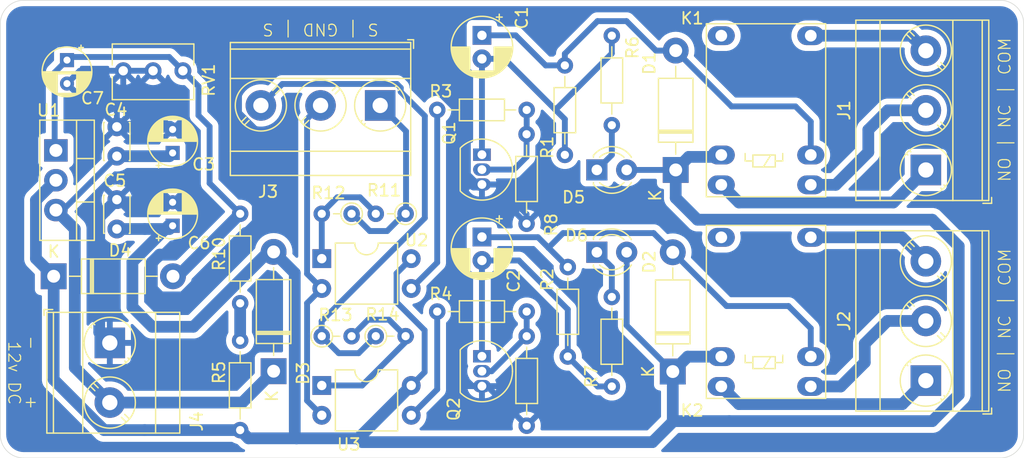
<source format=kicad_pcb>
(kicad_pcb (version 20240108) (generator "pcbnew") (generator_version "8.0")
  (layers (0 "F.Cu" signal) (31 "B.Cu" signal) (34 "B.Paste" user) (35 "F.Paste" user) (36 "B.SilkS" user "B.Silkscreen") (37 "F.SilkS" user "F.Silkscreen") (38 "B.Mask" user) (39 "F.Mask" user) (44 "Edge.Cuts" user))
  (net 0 "")
  (net 1 "Net-(D1-A)")
  (net 2 "Net-(Q1-C)")
  (net 3 "Net-(D2-A)")
  (net 4 "Net-(Q2-C)")
  (net 5 "+12V")
  (net 6 "GND")
  (net 7 "+5V")
  (net 8 "Net-(D4-A)")
  (net 9 "Net-(J1-Pin_1)")
  (net 10 "Net-(J1-Pin_2)")
  (net 11 "Net-(J1-Pin_3)")
  (net 12 "Net-(J2-Pin_1)")
  (net 13 "Net-(J2-Pin_3)")
  (net 14 "Net-(J2-Pin_2)")
  (net 15 "Net-(J3-Pin_3)")
  (net 16 "Net-(J3-Pin_1)")
  (net 17 "Net-(Q1-B)")
  (net 18 "Net-(Q2-B)")
  (net 19 "Net-(D5-K)")
  (net 20 "Net-(D6-K)")
  (net 21 "Net-(R10-Pad2)")
  (net 22 "Net-(J3-Pin_2)")
  (net 23 "Net-(R3-Pad1)")
  (net 24 "Net-(R4-Pad1)")
  (net 25 "Net-(R11-Pad2)")
  (net 26 "Net-(R13-Pad2)")
  (footprint "Resistor_THT:R_Axial_DIN0204_L3.6mm_D1.6mm_P2.54mm_Vertical" (layer "F.Cu") (at 153.69 74.655 180)
    (property "Reference" "R11" (at 1.84 2 180) (layer "F.SilkS"))
    (property "Value" "10k")
    (pad "1" thru_hole circle (at 0 0 180) (size 1.4 1.4) (drill 0.7) (layers "*.Cu" "*.Mask") (net 16 "Net-(J3-Pin_1)"))
    (pad "2" thru_hole oval (at 2.54 0 180) (size 1.4 1.4) (drill 0.7) (layers "*.Cu" "*.Mask") (net 25 "Net-(R11-Pad2)"))
  )
  (footprint "TerminalBlock_Phoenix:TerminalBlock_Phoenix_MKDS-3-3-5.08_1x03_P5.08mm_Horizontal" (layer "F.Cu") (at 197.99 88.86 90)
    (property "Reference" "J2" (at 5.08 -6.96 90) (layer "F.SilkS"))
    (property "Value" "Out2")
    (pad "1" thru_hole rect (at 0 0 90) (size 2.6 2.6) (drill 1.3) (layers "*.Cu" "*.Mask") (net 12 "Net-(J2-Pin_1)"))
    (pad "2" thru_hole circle (at 5.08 0 90) (size 2.6 2.6) (drill 1.3) (layers "*.Cu" "*.Mask") (net 14 "Net-(J2-Pin_2)"))
    (pad "3" thru_hole circle (at 10.16 0 90) (size 2.6 2.6) (drill 1.3) (layers "*.Cu" "*.Mask") (net 13 "Net-(J2-Pin_3)"))
  )
  (footprint "Resistor_THT:R_Axial_DIN0204_L3.6mm_D1.6mm_P7.62mm_Horizontal" (layer "F.Cu") (at 167.5 86.81 90)
    (property "Reference" "R2" (at 6.56 -1.75 90) (layer "F.SilkS"))
    (property "Value" "220R")
    (pad "1" thru_hole circle (at 0 0 90) (size 1.4 1.4) (drill 0.7) (layers "*.Cu" "*.Mask") (net 4 "Net-(Q2-C)"))
    (pad "2" thru_hole oval (at 7.62 0 90) (size 1.4 1.4) (drill 0.7) (layers "*.Cu" "*.Mask") (net 3 "Net-(D2-A)"))
  )
  (footprint "Potentiometer_THT:Potentiometer_Bourns_3266Y_Vertical" (layer "F.Cu") (at 134.725 62.475)
    (property "Reference" "RV1" (at 2.2 0.8 90) (layer "F.SilkS"))
    (property "Value" "1k")
    (pad "1" thru_hole circle (at 0 0) (size 1.44 1.44) (drill 0.8) (layers "*.Cu" "*.Mask") (net 8 "Net-(D4-A)"))
    (pad "2" thru_hole circle (at -2.54 0) (size 1.44 1.44) (drill 0.8) (layers "*.Cu" "*.Mask") (net 6 "GND"))
    (pad "3" thru_hole circle (at -5.08 0) (size 1.44 1.44) (drill 0.8) (layers "*.Cu" "*.Mask") (net 6 "GND"))
  )
  (footprint "Capacitor_THT:C_Disc_D3.0mm_W2.0mm_P2.50mm" (layer "F.Cu") (at 129.1 75.95 90)
    (property "Reference" "C5" (at 4.1 -0.175 180) (layer "F.SilkS"))
    (property "Value" "0.1uF")
    (pad "1" thru_hole circle (at 0 0 90) (size 1.6 1.6) (drill 0.8) (layers "*.Cu" "*.Mask") (net 7 "+5V"))
    (pad "2" thru_hole circle (at 2.5 0 90) (size 1.6 1.6) (drill 0.8) (layers "*.Cu" "*.Mask") (net 6 "GND"))
  )
  (footprint "Resistor_THT:R_Axial_DIN0204_L3.6mm_D1.6mm_P2.54mm_Vertical" (layer "F.Cu") (at 146.55 85.08)
    (property "Reference" "R13" (at 1.175 -1.805 0) (layer "F.SilkS"))
    (property "Value" "10k")
    (pad "1" thru_hole circle (at 0 0) (size 1.4 1.4) (drill 0.7) (layers "*.Cu" "*.Mask") (net 15 "Net-(J3-Pin_3)"))
    (pad "2" thru_hole oval (at 2.54 0) (size 1.4 1.4) (drill 0.7) (layers "*.Cu" "*.Mask") (net 26 "Net-(R13-Pad2)"))
  )
  (footprint "Resistor_THT:R_Axial_DIN0204_L3.6mm_D1.6mm_P7.62mm_Horizontal" (layer "F.Cu") (at 156.38 65.81)
    (property "Reference" "R3" (at 0.31 -1.58 0) (layer "F.SilkS"))
    (property "Value" "20k")
    (pad "1" thru_hole circle (at 0 0) (size 1.4 1.4) (drill 0.7) (layers "*.Cu" "*.Mask") (net 23 "Net-(R3-Pad1)"))
    (pad "2" thru_hole oval (at 7.62 0) (size 1.4 1.4) (drill 0.7) (layers "*.Cu" "*.Mask") (net 17 "Net-(Q1-B)"))
  )
  (footprint "Capacitor_THT:CP_Radial_D4.0mm_P2.00mm" (layer "F.Cu") (at 133.85 69.475 90)
    (property "Reference" "C3" (at -0.975 2.645 0) (layer "F.SilkS"))
    (property "Value" "10uF")
    (pad "1" thru_hole rect (at 0 0 90) (size 1.2 1.2) (drill 0.6) (layers "*.Cu" "*.Mask") (net 5 "+12V"))
    (pad "2" thru_hole circle (at 2 0 90) (size 1.2 1.2) (drill 0.6) (layers "*.Cu" "*.Mask") (net 6 "GND"))
  )
  (footprint "Capacitor_THT:CP_Radial_D4.0mm_P2.00mm" (layer "F.Cu") (at 133.85 75.675 90)
    (property "Reference" "C6" (at -1.475 2.25 0) (layer "F.SilkS"))
    (property "Value" "10uF")
    (pad "1" thru_hole rect (at 0 0 90) (size 1.2 1.2) (drill 0.6) (layers "*.Cu" "*.Mask") (net 7 "+5V"))
    (pad "2" thru_hole circle (at 2 0 90) (size 1.2 1.2) (drill 0.6) (layers "*.Cu" "*.Mask") (net 6 "GND"))
  )
  (footprint "Resistor_THT:R_Axial_DIN0204_L3.6mm_D1.6mm_P7.62mm_Horizontal" (layer "F.Cu") (at 167.25 69.64 90)
    (property "Reference" "R1" (at 0.64 -1.5 90) (layer "F.SilkS"))
    (property "Value" "220R")
    (pad "1" thru_hole circle (at 0 0 90) (size 1.4 1.4) (drill 0.7) (layers "*.Cu" "*.Mask") (net 2 "Net-(Q1-C)"))
    (pad "2" thru_hole oval (at 7.62 0 90) (size 1.4 1.4) (drill 0.7) (layers "*.Cu" "*.Mask") (net 1 "Net-(D1-A)"))
  )
  (footprint "LED_THT:LED_D3.0mm_Clear" (layer "F.Cu") (at 169.975 77.93)
    (property "Reference" "D6" (at -1.725 -1.43 0) (layer "F.SilkS"))
    (property "Value" "GREEN")
    (pad "1" thru_hole rect (at 0 0) (size 1.8 1.8) (drill 0.9) (layers "*.Cu" "*.Mask") (net 20 "Net-(D6-K)"))
    (pad "2" thru_hole circle (at 2.54 0) (size 1.8 1.8) (drill 0.9) (layers "*.Cu" "*.Mask") (net 7 "+5V"))
  )
  (footprint "Diode_THT:D_DO-41_SOD81_P10.16mm_Horizontal" (layer "F.Cu") (at 176.69 70.92 90)
    (property "Reference" "D1" (at 9.08 -2.25 90) (layer "F.SilkS"))
    (property "Value" "1N4007")
    (fp_text user "K" (at -2.17 -1.75 90) (layer "F.SilkS"))
    (pad "1" thru_hole rect (at 0 0 90) (size 2.2 2.2) (drill 1.1) (layers "*.Cu" "*.Mask") (net 7 "+5V"))
    (pad "2" thru_hole oval (at 10.16 0 90) (size 2.2 2.2) (drill 1.1) (layers "*.Cu" "*.Mask") (net 1 "Net-(D1-A)"))
  )
  (footprint "Resistor_THT:R_Axial_DIN0204_L3.6mm_D1.6mm_P7.62mm_Horizontal" (layer "F.Cu") (at 163.99 75.5 90)
    (property "Reference" "R8" (at -0.09 2.1 90) (layer "F.SilkS"))
    (property "Value" "1M")
    (pad "1" thru_hole circle (at 0 0 90) (size 1.4 1.4) (drill 0.7) (layers "*.Cu" "*.Mask") (net 6 "GND"))
    (pad "2" thru_hole oval (at 7.62 0 90) (size 1.4 1.4) (drill 0.7) (layers "*.Cu" "*.Mask") (net 17 "Net-(Q1-B)"))
  )
  (footprint "TerminalBlock_Phoenix:TerminalBlock_Phoenix_MKDS-3-3-5.08_1x03_P5.08mm_Horizontal" (layer "F.Cu") (at 197.99 70.925 90)
    (property "Reference" "J1" (at 5.08 -6.96 90) (layer "F.SilkS"))
    (property "Value" "Out1")
    (pad "1" thru_hole rect (at 0 0 90) (size 2.6 2.6) (drill 1.3) (layers "*.Cu" "*.Mask") (net 9 "Net-(J1-Pin_1)"))
    (pad "2" thru_hole circle (at 5.08 0 90) (size 2.6 2.6) (drill 1.3) (layers "*.Cu" "*.Mask") (net 10 "Net-(J1-Pin_2)"))
    (pad "3" thru_hole circle (at 10.16 0 90) (size 2.6 2.6) (drill 1.3) (layers "*.Cu" "*.Mask") (net 11 "Net-(J1-Pin_3)"))
  )
  (footprint "Package_DIP:DIP-4_W7.62mm" (layer "F.Cu") (at 146.55 78.475)
    (property "Reference" "U2" (at 8.075 -1.575 0) (layer "F.SilkS"))
    (property "Value" "PC817")
    (pad "1" thru_hole rect (at 0 0) (size 1.6 1.6) (drill 0.8) (layers "*.Cu" "*.Mask") (net 25 "Net-(R11-Pad2)"))
    (pad "2" thru_hole oval (at 0 2.54) (size 1.6 1.6) (drill 0.8) (layers "*.Cu" "*.Mask") (net 22 "Net-(J3-Pin_2)"))
    (pad "3" thru_hole oval (at 7.62 2.54) (size 1.6 1.6) (drill 0.8) (layers "*.Cu" "*.Mask") (net 23 "Net-(R3-Pad1)"))
    (pad "4" thru_hole oval (at 7.62 0) (size 1.6 1.6) (drill 0.8) (layers "*.Cu" "*.Mask") (net 7 "+5V"))
  )
  (footprint "Capacitor_THT:CP_Radial_D5.0mm_P2.00mm" (layer "F.Cu") (at 160.19 76.63 -90)
    (property "Reference" "C2" (at 3.76 -2.7 90) (layer "F.SilkS"))
    (property "Value" "47uF")
    (pad "1" thru_hole rect (at 0 0 270) (size 1.6 1.6) (drill 0.8) (layers "*.Cu" "*.Mask") (net 3 "Net-(D2-A)"))
    (pad "2" thru_hole circle (at 2 0 270) (size 1.6 1.6) (drill 0.8) (layers "*.Cu" "*.Mask") (net 4 "Net-(Q2-C)"))
  )
  (footprint "Diode_THT:D_DO-41_SOD81_P10.16mm_Horizontal" (layer "F.Cu") (at 142.45 88.06 90)
    (property "Reference" "D3" (at -0.175112 2.5 90) (layer "F.SilkS"))
    (property "Value" "1N4007")
    (fp_text user "K" (at -2.115 -0.15 90) (layer "F.SilkS"))
    (pad "1" thru_hole rect (at 0 0 90) (size 2.2 2.2) (drill 1.1) (layers "*.Cu" "*.Mask") (net 5 "+12V"))
    (pad "2" thru_hole oval (at 10.16 0 90) (size 2.2 2.2) (drill 1.1) (layers "*.Cu" "*.Mask") (net 7 "+5V"))
  )
  (footprint "Diode_THT:D_DO-41_SOD81_P10.16mm_Horizontal" (layer "F.Cu") (at 123.72 79.975)
    (property "Reference" "D4" (at 5.655 -2.2 180) (layer "F.SilkS"))
    (property "Value" "1N4007")
    (fp_text user "K" (at 0 -2.1 0) (layer "F.SilkS"))
    (pad "1" thru_hole rect (at 0 0) (size 2.2 2.2) (drill 1.1) (layers "*.Cu" "*.Mask") (net 7 "+5V"))
    (pad "2" thru_hole oval (at 10.16 0) (size 2.2 2.2) (drill 1.1) (layers "*.Cu" "*.Mask") (net 8 "Net-(D4-A)"))
  )
  (footprint "Resistor_THT:R_Axial_DIN0204_L3.6mm_D1.6mm_P7.62mm_Horizontal" (layer "F.Cu") (at 139.6 74.655 -90)
    (property "Reference" "R10" (at 3.41 1.8 90) (layer "F.SilkS"))
    (property "Value" "20R")
    (pad "1" thru_hole circle (at 0 0 270) (size 1.4 1.4) (drill 0.7) (layers "*.Cu" "*.Mask") (net 8 "Net-(D4-A)"))
    (pad "2" thru_hole oval (at 7.62 0 270) (size 1.4 1.4) (drill 0.7) (layers "*.Cu" "*.Mask") (net 21 "Net-(R10-Pad2)"))
  )
  (footprint "Relay_THT:Relay_SPDT_HJR-4102" (layer "F.Cu") (at 180.57 59.49)
    (property "Reference" "K1" (at -2.48 -1.48 0) (layer "F.SilkS"))
    (property "Value" "TIANBO-HJR-4102-L")
    (pad "1" thru_hole oval (at 0 0) (size 2.3 1.6) (drill 1) (layers "*.Cu" "*.Mask"))
    (pad "5" thru_hole oval (at 0 10.16) (size 2.3 1.6) (drill 1) (layers "*.Cu" "*.Mask") (net 7 "+5V"))
    (pad "6" thru_hole oval (at 0 12.7) (size 2.3 1.6) (drill 1) (layers "*.Cu" "*.Mask") (net 9 "Net-(J1-Pin_1)"))
    (pad "7" thru_hole oval (at 7.62 12.7) (size 2.3 1.6) (drill 1) (layers "*.Cu" "*.Mask") (net 10 "Net-(J1-Pin_2)"))
    (pad "8" thru_hole oval (at 7.62 10.16) (size 2.3 1.6) (drill 1) (layers "*.Cu" "*.Mask") (net 1 "Net-(D1-A)"))
    (pad "12" thru_hole oval (at 7.62 0) (size 2.3 1.6) (drill 1) (layers "*.Cu" "*.Mask") (net 11 "Net-(J1-Pin_3)"))
  )
  (footprint "Capacitor_THT:C_Disc_D3.0mm_W2.0mm_P2.50mm" (layer "F.Cu") (at 129.1 69.75 90)
    (property "Reference" "C4" (at 3.95 -0.075 180) (layer "F.SilkS"))
    (property "Value" "0.1uF")
    (pad "1" thru_hole circle (at 0 0 90) (size 1.6 1.6) (drill 0.8) (layers "*.Cu" "*.Mask") (net 5 "+12V"))
    (pad "2" thru_hole circle (at 2.5 0 90) (size 1.6 1.6) (drill 0.8) (layers "*.Cu" "*.Mask") (net 6 "GND"))
  )
  (footprint "Package_TO_SOT_THT:TO-92_Inline" (layer "F.Cu") (at 160.19 86.79 -90)
    (property "Reference" "Q2" (at 4.5 2.4 90) (layer "F.SilkS"))
    (property "Value" "BC337")
    (pad "1" thru_hole rect (at 0 0 270) (size 1.05 1.5) (drill 0.75) (layers "*.Cu" "*.Mask") (net 4 "Net-(Q2-C)"))
    (pad "2" thru_hole oval (at 1.27 0 270) (size 1.05 1.5) (drill 0.75) (layers "*.Cu" "*.Mask") (net 18 "Net-(Q2-B)"))
    (pad "3" thru_hole oval (at 2.54 0 270) (size 1.05 1.5) (drill 0.75) (layers "*.Cu" "*.Mask") (net 6 "GND"))
  )
  (footprint "TerminalBlock_Phoenix:TerminalBlock_Phoenix_MKDS-3-2-5.08_1x02_P5.08mm_Horizontal" (layer "F.Cu") (at 128.5 85.65 -90)
    (property "Reference" "J4" (at 6.68 -7.4 90) (layer "F.SilkS"))
    (property "Value" "DC_12V")
    (pad "1" thru_hole rect (at 0 0 270) (size 2.6 2.6) (drill 1.3) (layers "*.Cu" "*.Mask") (net 6 "GND"))
    (pad "2" thru_hole circle (at 5.08 0 270) (size 2.6 2.6) (drill 1.3) (layers "*.Cu" "*.Mask") (net 5 "+12V"))
  )
  (footprint "Diode_THT:D_DO-41_SOD81_P10.16mm_Horizontal" (layer "F.Cu") (at 176.44 88.09 90)
    (property "Reference" "D2" (at 9.33 -2 90) (layer "F.SilkS"))
    (property "Value" "1N4007")
    (fp_text user "K" (at 0 -2.1 90) (layer "F.SilkS"))
    (pad "1" thru_hole rect (at 0 0 90) (size 2.2 2.2) (drill 1.1) (layers "*.Cu" "*.Mask") (net 7 "+5V"))
    (pad "2" thru_hole oval (at 10.16 0 90) (size 2.2 2.2) (drill 1.1) (layers "*.Cu" "*.Mask") (net 3 "Net-(D2-A)"))
  )
  (footprint "LED_THT:LED_D3.0mm_Clear" (layer "F.Cu") (at 169.975 70.92)
    (property "Reference" "D5" (at -1.975 2.33 0) (layer "F.SilkS"))
    (property "Value" "GREEN")
    (pad "1" thru_hole rect (at 0 0) (size 1.8 1.8) (drill 0.9) (layers "*.Cu" "*.Mask") (net 19 "Net-(D5-K)"))
    (pad "2" thru_hole circle (at 2.54 0) (size 1.8 1.8) (drill 0.9) (layers "*.Cu" "*.Mask") (net 7 "+5V"))
  )
  (footprint "TerminalBlock_Phoenix:TerminalBlock_Phoenix_MKDS-3-3-5.08_1x03_P5.08mm_Horizontal" (layer "F.Cu") (at 151.525 65.43 180)
    (property "Reference" "J3" (at 9.55 -7.345 0) (layer "F.SilkS"))
    (property "Value" "Control")
    (pad "1" thru_hole rect (at 0 0 180) (size 2.6 2.6) (drill 1.3) (layers "*.Cu" "*.Mask") (net 16 "Net-(J3-Pin_1)"))
    (pad "2" thru_hole circle (at 5.08 0 180) (size 2.6 2.6) (drill 1.3) (layers "*.Cu" "*.Mask") (net 22 "Net-(J3-Pin_2)"))
    (pad "3" thru_hole circle (at 10.16 0 180) (size 2.6 2.6) (drill 1.3) (layers "*.Cu" "*.Mask") (net 15 "Net-(J3-Pin_3)"))
  )
  (footprint "Resistor_THT:R_Axial_DIN0204_L3.6mm_D1.6mm_P7.62mm_Horizontal" (layer "F.Cu") (at 171.25 89.36 90)
    (property "Reference" "R7" (at 0.86 -1.75 90) (layer "F.SilkS"))
    (property "Value" "220R")
    (pad "1" thru_hole circle (at 0 0 90) (size 1.4 1.4) (drill 0.7) (layers "*.Cu" "*.Mask") (net 4 "Net-(Q2-C)"))
    (pad "2" thru_hole oval (at 7.62 0 90) (size 1.4 1.4) (drill 0.7) (layers "*.Cu" "*.Mask") (net 20 "Net-(D6-K)"))
  )
  (footprint "Capacitor_THT:CP_Radial_D4.0mm_P2.00mm" (layer "F.Cu") (at 124.855 61.567401 -90)
    (property "Reference" "C7" (at 3.25 -2.17 0) (layer "F.SilkS"))
    (property "Value" "10uF")
    (pad "1" thru_hole rect (at 0 0 270) (size 1.2 1.2) (drill 0.6) (layers "*.Cu" "*.Mask") (net 8 "Net-(D4-A)"))
    (pad "2" thru_hole circle (at 2 0 270) (size 1.2 1.2) (drill 0.6) (layers "*.Cu" "*.Mask") (net 6 "GND"))
  )
  (footprint "Resistor_THT:R_Axial_DIN0204_L3.6mm_D1.6mm_P7.62mm_Horizontal" (layer "F.Cu") (at 171.25 59.49 -90)
    (property "Reference" "R6" (at 1.01 -1.75 90) (layer "F.SilkS"))
    (property "Value" "220R")
    (pad "1" thru_hole circle (at 0 0 270) (size 1.4 1.4) (drill 0.7) (layers "*.Cu" "*.Mask") (net 2 "Net-(Q1-C)"))
    (pad "2" thru_hole oval (at 7.62 0 270) (size 1.4 1.4) (drill 0.7) (layers "*.Cu" "*.Mask") (net 19 "Net-(D5-K)"))
  )
  (footprint "Package_TO_SOT_THT:TO-92_Inline" (layer "F.Cu") (at 160.19 69.62 -90)
    (property "Reference" "Q1" (at -1.83 2.8 90) (layer "F.SilkS"))
    (property "Value" "BC337")
    (pad "1" thru_hole rect (at 0 0 270) (size 1.05 1.5) (drill 0.75) (layers "*.Cu" "*.Mask") (net 2 "Net-(Q1-C)"))
    (pad "2" thru_hole oval (at 1.27 0 270) (size 1.05 1.5) (drill 0.75) (layers "*.Cu" "*.Mask") (net 17 "Net-(Q1-B)"))
    (pad "3" thru_hole oval (at 2.54 0 270) (size 1.05 1.5) (drill 0.75) (layers "*.Cu" "*.Mask") (net 6 "GND"))
  )
  (footprint "Resistor_THT:R_Axial_DIN0204_L3.6mm_D1.6mm_P7.62mm_Horizontal" (layer "F.Cu") (at 164 92.7 90)
    (property "Reference" "R9" (hide yes))
    (property "Value" "1M")
    (pad "1" thru_hole circle (at 0 0 90) (size 1.4 1.4) (drill 0.7) (layers "*.Cu" "*.Mask") (net 6 "GND"))
    (pad "2" thru_hole oval (at 7.62 0 90) (size 1.4 1.4) (drill 0.7) (layers "*.Cu" "*.Mask") (net 18 "Net-(Q2-B)"))
  )
  (footprint "Capacitor_THT:CP_Radial_D5.0mm_P2.00mm" (layer "F.Cu") (at 160.19 59.46 -90)
    (property "Reference" "C1" (at -1.48 -3.39 90) (layer "F.SilkS"))
    (property "Value" "47uF")
    (pad "1" thru_hole rect (at 0 0 270) (size 1.6 1.6) (drill 0.8) (layers "*.Cu" "*.Mask") (net 1 "Net-(D1-A)"))
    (pad "2" thru_hole circle (at 2 0 270) (size 1.6 1.6) (drill 0.8) (layers "*.Cu" "*.Mask") (net 2 "Net-(Q1-C)"))
  )
  (footprint "Resistor_THT:R_Axial_DIN0204_L3.6mm_D1.6mm_P2.54mm_Vertical" (layer "F.Cu") (at 149.09 74.655 180)
    (property "Reference" "R12" (at 1.965 1.775 180) (layer "F.SilkS"))
    (property "Value" "10k")
    (pad "1" thru_hole circle (at 0 0 180) (size 1.4 1.4) (drill 0.7) (layers "*.Cu" "*.Mask") (net 16 "Net-(J3-Pin_1)"))
    (pad "2" thru_hole oval (at 2.54 0 180) (size 1.4 1.4) (drill 0.7) (layers "*.Cu" "*.Mask") (net 25 "Net-(R11-Pad2)"))
  )
  (footprint "Resistor_THT:R_Axial_DIN0204_L3.6mm_D1.6mm_P2.54mm_Vertical" (layer "F.Cu") (at 151.15 85.075)
    (property "Reference" "R14" (at 0.575 -1.85 0) (layer "F.SilkS"))
    (property "Value" "10k")
    (pad "1" thru_hole circle (at 0 0) (size 1.4 1.4) (drill 0.7) (layers "*.Cu" "*.Mask") (net 15 "Net-(J3-Pin_3)"))
    (pad "2" thru_hole oval (at 2.54 0) (size 1.4 1.4) (drill 0.7) (layers "*.Cu" "*.Mask") (net 26 "Net-(R13-Pad2)"))
  )
  (footprint "Relay_THT:Relay_SPDT_HJR-4102" (layer "F.Cu") (at 180.57 76.66)
    (property "Reference" "K2" (at -2.48 14.75 0) (layer "F.SilkS"))
    (property "Value" "TIANBO-HJR-4102-L")
    (pad "1" thru_hole oval (at 0 0) (size 2.3 1.6) (drill 1) (layers "*.Cu" "*.Mask"))
    (pad "5" thru_hole oval (at 0 10.16) (size 2.3 1.6) (drill 1) (layers "*.Cu" "*.Mask") (net 7 "+5V"))
    (pad "6" thru_hole oval (at 0 12.7) (size 2.3 1.6) (drill 1) (layers "*.Cu" "*.Mask") (net 12 "Net-(J2-Pin_1)"))
    (pad "7" thru_hole oval (at 7.62 12.7) (size 2.3 1.6) (drill 1) (layers "*.Cu" "*.Mask") (net 14 "Net-(J2-Pin_2)"))
    (pad "8" thru_hole oval (at 7.62 10.16) (size 2.3 1.6) (drill 1) (layers "*.Cu" "*.Mask") (net 3 "Net-(D2-A)"))
    (pad "12" thru_hole oval (at 7.62 0) (size 2.3 1.6) (drill 1) (layers "*.Cu" "*.Mask") (net 13 "Net-(J2-Pin_3)"))
  )
  (footprint "Resistor_THT:R_Axial_DIN0204_L3.6mm_D1.6mm_P7.62mm_Horizontal" (layer "F.Cu") (at 156.38 82.98)
    (property "Reference" "R4" (at 0.31 -1.5 0) (layer "F.SilkS"))
    (property "Value" "20k")
    (pad "1" thru_hole circle (at 0 0) (size 1.4 1.4) (drill 0.7) (layers "*.Cu" "*.Mask") (net 24 "Net-(R4-Pad1)"))
    (pad "2" thru_hole oval (at 7.62 0) (size 1.4 1.4) (drill 0.7) (layers "*.Cu" "*.Mask") (net 18 "Net-(Q2-B)"))
  )
  (footprint "Package_TO_SOT_THT:TO-220-3_Vertical" (layer "F.Cu") (at 123.91 69.26 -90)
    (property "Reference" "U1" (at -3.41 0.61 180) (layer "F.SilkS"))
    (property "Value" "LM317_TO-220")
    (pad "1" thru_hole rect (at 0 0 270) (size 1.905 2) (drill 1.1) (layers "*.Cu" "*.Mask") (net 8 "Net-(D4-A)"))
    (pad "2" thru_hole oval (at 2.54 0 270) (size 1.905 2) (drill 1.1) (layers "*.Cu" "*.Mask") (net 7 "+5V"))
    (pad "3" thru_hole oval (at 5.08 0 270) (size 1.905 2) (drill 1.1) (layers "*.Cu" "*.Mask") (net 5 "+12V"))
  )
  (footprint "Package_DIP:DIP-4_W7.62mm" (layer "F.Cu") (at 146.55 89.275)
    (property "Reference" "U3" (at 2.3 5.025 0) (layer "F.SilkS"))
    (property "Value" "PC817")
    (pad "1" thru_hole rect (at 0 0) (size 1.6 1.6) (drill 0.8) (layers "*.Cu" "*.Mask") (net 26 "Net-(R13-Pad2)"))
    (pad "2" thru_hole oval (at 0 2.54) (size 1.6 1.6) (drill 0.8) (layers "*.Cu" "*.Mask") (net 22 "Net-(J3-Pin_2)"))
    (pad "3" thru_hole oval (at 7.62 2.54) (size 1.6 1.6) (drill 0.8) (layers "*.Cu" "*.Mask") (net 24 "Net-(R4-Pad1)"))
    (pad "4" thru_hole oval (at 7.62 0) (size 1.6 1.6) (drill 0.8) (layers "*.Cu" "*.Mask") (net 7 "+5V"))
  )
  (footprint "Resistor_THT:R_Axial_DIN0204_L3.6mm_D1.6mm_P7.62mm_Horizontal" (layer "F.Cu") (at 139.6 85.455 -90)
    (property "Reference" "R5" (at 2.71 1.8 90) (layer "F.SilkS"))
    (property "Value" "220R")
    (pad "1" thru_hole circle (at 0 0 270) (size 1.4 1.4) (drill 0.7) (layers "*.Cu" "*.Mask") (net 21 "Net-(R10-Pad2)"))
    (pad "2" thru_hole oval (at 7.62 0 270) (size 1.4 1.4) (drill 0.7) (layers "*.Cu" "*.Mask") (net 7 "+5V"))
  )
  (gr_line (start 204.325 95.45) (end 121.175 95.45) (stroke (width 0.05)) (layer "Edge.Cuts"))
  (gr_line (start 121.175 56.475) (end 204.325 56.475) (stroke (width 0.05)) (layer "Edge.Cuts"))
  (gr_line (start 119.175 93.45) (end 119.175 58.475) (stroke (width 0.05)) (layer "Edge.Cuts"))
  (gr_arc (start 119.175 58.475) (mid 119.760786 57.060786) (end 121.175 56.475) (stroke (width 0.05)) (layer "Edge.Cuts"))
  (gr_arc (start 204.325 56.475) (mid 205.739214 57.060786) (end 206.325 58.475) (stroke (width 0.05)) (layer "Edge.Cuts"))
  (gr_line (start 206.325 58.475) (end 206.325 93.45) (stroke (width 0.05)) (layer "Edge.Cuts"))
  (gr_arc (start 206.325 93.45) (mid 205.739214 94.864214) (end 204.325 95.45) (stroke (width 0.05)) (layer "Edge.Cuts"))
  (gr_arc (start 121.175 95.45) (mid 119.760786 94.864214) (end 119.175 93.45) (stroke (width 0.05)) (layer "Edge.Cuts"))
  (gr_text "S | GND | S" (at 146.445001 58.38 180) (layer "F.SilkS") (effects (font (size 1 1) (thickness 0.1)) (justify bottom)))
  (gr_text "-" (at 122.275 86.325 90) (layer "F.SilkS") (effects (font (size 1 1) (thickness 0.1)) (justify left bottom)))
  (gr_text "12v DC" (at 119.775 85.436667 -90) (layer "F.SilkS") (effects (font (size 1 1) (thickness 0.1)) (justify left bottom)))
  (gr_text "+" (at 122.275 91.405 90) (layer "F.SilkS") (effects (font (size 1 1) (thickness 0.1)) (justify left bottom)))
  (gr_text "NO | NC | COM" (at 205.29 72.01 90) (layer "F.SilkS") (effects (font (size 1 1) (thickness 0.1)) (justify left bottom)))
  (gr_text "NO | NC | COM" (at 205.29 89.972858 90) (layer "F.SilkS") (effects (font (size 1 1) (thickness 0.1)) (justify left bottom)))
  (segment (start 167.25 61.030051) (end 170.030051 58.25) (width 0.5) (layer "B.Cu") (net 1))
  (segment (start 188.19 66.81) (end 188.19 69.65) (width 0.5) (layer "B.Cu") (net 1))
  (segment (start 167.25 62.02) (end 167.25 61.030051) (width 0.5) (layer "B.Cu") (net 1))
  (segment (start 160.19 59.46) (end 163.06 59.46) (width 0.5) (layer "B.Cu") (net 1))
  (segment (start 176.69 60.76) (end 181.44 65.51) (width 0.5) (layer "B.Cu") (net 1))
  (segment (start 167.25 62.02) (end 167.38 62.02) (width 0.5) (layer "B.Cu") (net 1))
  (segment (start 165.62 62.02) (end 167.25 62.02) (width 0.5) (layer "B.Cu") (net 1))
  (segment (start 172.5 58.25) (end 175.01 60.76) (width 0.5) (layer "B.Cu") (net 1))
  (segment (start 181.44 65.51) (end 186.89 65.51) (width 0.5) (layer "B.Cu") (net 1))
  (segment (start 175.01 60.76) (end 176.69 60.76) (width 0.5) (layer "B.Cu") (net 1))
  (segment (start 163.06 59.46) (end 165.62 62.02) (width 0.5) (layer "B.Cu") (net 1))
  (segment (start 186.89 65.51) (end 188.19 66.81) (width 0.5) (layer "B.Cu") (net 1))
  (segment (start 170.030051 58.25) (end 172.5 58.25) (width 0.5) (layer "B.Cu") (net 1))
  (segment (start 167.25 66.59863) (end 167.25 69.64) (width 0.5) (layer "B.Cu") (net 2))
  (segment (start 166.450685 65.799315) (end 167.25 66.59863) (width 0.5) (layer "B.Cu") (net 2))
  (segment (start 162.11137 61.46) (end 166.450685 65.799315) (width 0.5) (layer "B.Cu") (net 2))
  (segment (start 160.19 69.62) (end 160.19 61.46) (width 0.5) (layer "B.Cu") (net 2))
  (segment (start 171.25 59.49) (end 171.25 61) (width 0.5) (layer "B.Cu") (net 2))
  (segment (start 171.25 61) (end 166.450685 65.799315) (width 0.5) (layer "B.Cu") (net 2))
  (segment (start 160.19 61.46) (end 162.11137 61.46) (width 0.5) (layer "B.Cu") (net 2))
  (segment (start 181.02 82.51) (end 186.29 82.51) (width 0.5) (layer "B.Cu") (net 3))
  (segment (start 164.96 76.65) (end 165.855 77.545) (width 0.5) (layer "B.Cu") (net 3))
  (segment (start 167.1 76.3) (end 165.855 77.545) (width 0.5) (layer "B.Cu") (net 3))
  (segment (start 176.44 77.93) (end 174.81 76.3) (width 0.5) (layer "B.Cu") (net 3))
  (segment (start 174.81 76.3) (end 167.1 76.3) (width 0.5) (layer "B.Cu") (net 3))
  (segment (start 188.19 84.41) (end 188.19 86.82) (width 0.5) (layer "B.Cu") (net 3))
  (segment (start 186.29 82.51) (end 188.19 84.41) (width 0.5) (layer "B.Cu") (net 3))
  (segment (start 160.19 76.63) (end 160.21 76.65) (width 0.5) (layer "B.Cu") (net 3))
  (segment (start 165.855 77.545) (end 167.5 79.19) (width 0.5) (layer "B.Cu") (net 3))
  (segment (start 176.44 77.93) (end 181.02 82.51) (width 0.5) (layer "B.Cu") (net 3))
  (segment (start 160.21 76.65) (end 164.96 76.65) (width 0.5) (layer "B.Cu") (net 3))
  (segment (start 167.5 86.81) (end 167.5 82.8) (width 0.5) (layer "B.Cu") (net 4))
  (segment (start 170.05 89.36) (end 171.25 89.36) (width 0.5) (layer "B.Cu") (net 4))
  (segment (start 167.5 86.81) (end 170.05 89.36) (width 0.5) (layer "B.Cu") (net 4))
  (segment (start 163.33 78.63) (end 160.19 78.63) (width 0.5) (layer "B.Cu") (net 4))
  (segment (start 167.5 82.8) (end 163.33 78.63) (width 0.5) (layer "B.Cu") (net 4))
  (segment (start 160.19 78.63) (end 160.19 86.79) (width 0.5) (layer "B.Cu") (net 4))
  (segment (start 125.52 75.95) (end 125.52 87.75) (width 1) (layer "B.Cu") (net 5))
  (segment (start 128.8 69.7524) (end 133.5726 69.7524) (width 1) (layer "B.Cu") (net 5))
  (segment (start 133.5726 69.7524) (end 133.85 69.475) (width 1) (layer "B.Cu") (net 5))
  (segment (start 124.51 74.34) (end 123.91 74.34) (width 0.5) (layer "B.Cu") (net 5))
  (segment (start 123.91 74.34) (end 125.52 75.95) (width 1) (layer "B.Cu") (net 5))
  (segment (start 129.1 69.75) (end 124.51 74.34) (width 0.5) (layer "B.Cu") (net 5))
  (segment (start 139.78 90.73) (end 142.45 88.06) (width 1) (layer "B.Cu") (net 5))
  (segment (start 125.52 87.75) (end 128.5 90.73) (width 1) (layer "B.Cu") (net 5))
  (segment (start 128.5 90.73) (end 139.78 90.73) (width 1) (layer "B.Cu") (net 5))
  (segment (start 129.1 67.25) (end 133.625 67.25) (width 1) (layer "B.Cu") (net 6))
  (segment (start 160.63 89.33) (end 164 92.7) (width 0.5) (layer "B.Cu") (net 6))
  (segment (start 141.1 75.425) (end 141.1 67.993428) (width 1) (layer "B.Cu") (net 6))
  (segment (start 127.6 74.95) (end 127.6 84.75) (width 1) (layer "B.Cu") (net 6))
  (segment (start 134.675 73.675) (end 133.85 73.675) (width 1) (layer "B.Cu") (net 6))
  (segment (start 141.1 67.993428) (end 139.25 66.143428) (width 1) (layer "B.Cu") (net 6))
  (segment (start 141.85 59.275) (end 151.825 59.275) (width 1) (layer "B.Cu") (net 6))
  (segment (start 127.6 84.75) (end 128.5 85.65) (width 1) (layer "B.Cu") (net 6))
  (segment (start 139.25 61.875) (end 141.85 59.275) (width 1) (layer "B.Cu") (net 6))
  (segment (start 132.08 78.792056) (end 132.08 81.055) (width 1) (layer "B.Cu") (net 6))
  (segment (start 160.19 72.16) (end 161.46 72.16) (width 0.5) (layer "B.Cu") (net 6))
  (segment (start 129.645 62.475) (end 125.947401 62.475) (width 0.5) (layer "B.Cu") (net 6))
  (segment (start 159.21 72.16) (end 160.19 72.16) (width 0.5) (layer "B.Cu") (net 6))
  (segment (start 160.19 89.33) (end 159.39 89.33) (width 0.5) (layer "B.Cu") (net 6))
  (segment (start 133.85 73.675) (end 129.325 73.675) (width 1) (layer "B.Cu") (net 6))
  (segment (start 159.502588 72.16) (end 160.19 72.16) (width 1) (layer "B.Cu") (net 6))
  (segment (start 161.46 72.16) (end 163.99 74.69) (width 0.5) (layer "B.Cu") (net 6))
  (segment (start 125.947401 62.475) (end 124.855 63.567401) (width 0.5) (layer "B.Cu") (net 6))
  (segment (start 134.698528 67.475) (end 135.525 68.301472) (width 1) (layer "B.Cu") (net 6))
  (segment (start 135.15 76.975) (end 133.988972 78.136028) (width 1) (layer "B.Cu") (net 6))
  (segment (start 133.625 67.25) (end 133.85 67.475) (width 1) (layer "B.Cu") (net 6))
  (segment (start 151.825 59.275) (end 158.74 66.19) (width 1) (layer "B.Cu") (net 6))
  (segment (start 159.39 89.33) (end 157.79 87.73) (width 0.5) (layer "B.Cu") (net 6))
  (segment (start 129.325 73.675) (end 129.1 73.45) (width 1) (layer "B.Cu") (net 6))
  (segment (start 133.85 73.675) (end 134.698528 73.675) (width 1) (layer "B.Cu") (net 6))
  (segment (start 134.698528 73.675) (end 135.15 74.126472) (width 1) (layer "B.Cu") (net 6))
  (segment (start 135.525 72.825) (end 134.675 73.675) (width 1) (layer "B.Cu") (net 6))
  (segment (start 129.645 64.38) (end 129.1 64.925) (width 0.5) (layer "B.Cu") (net 6))
  (segment (start 158.74 66.19) (end 158.74 71.397412) (width 1) (layer "B.Cu") (net 6))
  (segment (start 135.15 74.126472) (end 135.15 76.975) (width 1) (layer "B.Cu") (net 6))
  (segment (start 129.645 62.475) (end 129.645 64.38) (width 0.5) (layer "B.Cu") (net 6))
  (segment (start 139.25 66.143428) (end 139.25 61.875) (width 1) (layer "B.Cu") (net 6))
  (segment (start 132.736028 78.136028) (end 132.08 78.792056) (width 1) (layer "B.Cu") (net 6))
  (segment (start 133.85 67.475) (end 134.698528 67.475) (width 1) (layer "B.Cu") (net 6))
  (segment (start 132.08 81.055) (end 132.8 81.775) (width 1) (layer "B.Cu") (net 6))
  (segment (start 132.8 81.775) (end 134.75 81.775) (width 1) (layer "B.Cu") (net 6))
  (segment (start 129.1 73.45) (end 127.6 74.95) (width 1) (layer "B.Cu") (net 6))
  (segment (start 129.1 64.925) (end 129.1 67.25) (width 0.5) (layer "B.Cu") (net 6))
  (segment (start 135.525 68.301472) (end 135.525 72.825) (width 1) (layer "B.Cu") (net 6))
  (segment (start 157.79 73.58) (end 159.21 72.16) (width 0.5) (layer "B.Cu") (net 6))
  (segment (start 133.988972 78.136028) (end 132.736028 78.136028) (width 1) (layer "B.Cu") (net 6))
  (segment (start 163.99 74.69) (end 163.99 75.5) (width 0.5) (layer "B.Cu") (net 6))
  (segment (start 158.74 71.397412) (end 159.502588 72.16) (width 1) (layer "B.Cu") (net 6))
  (segment (start 157.79 87.73) (end 157.79 73.58) (width 0.5) (layer "B.Cu") (net 6))
  (segment (start 160.19 89.33) (end 160.63 89.33) (width 0.5) (layer "B.Cu") (net 6))
  (segment (start 134.75 81.775) (end 141.1 75.425) (width 1) (layer "B.Cu") (net 6))
  (segment (start 132.185 62.475) (end 129.645 62.475) (width 0.5) (layer "B.Cu") (net 6))
  (segment (start 155.31 88.135) (end 154.17 89.275) (width 0.5) (layer "B.Cu") (net 7))
  (segment (start 176.69 73.31) (end 178.54 75.16) (width 1) (layer "B.Cu") (net 7))
  (segment (start 144.25 79.7) (end 144.25 93.625) (width 1) (layer "B.Cu") (net 7))
  (segment (start 176.6 92.31) (end 181.25 92.31) (width 1) (layer "B.Cu") (net 7))
  (segment (start 177.71 86.82) (end 176.44 88.09) (width 1) (layer "B.Cu") (net 7))
  (segment (start 131.475 93.075) (end 139.6 93.075) (width 1) (layer "B.Cu") (net 7))
  (segment (start 141.995101 77.9) (end 142.45 77.9) (width 1) (layer "B.Cu") (net 7))
  (segment (start 198.54 92.31) (end 181.25 92.31) (width 1) (layer "B.Cu") (net 7))
  (segment (start 172.515 70.92) (end 176.69 70.92) (width 0.5) (layer "B.Cu") (net 7))
  (segment (start 149.67 93.775) (end 154.17 89.275) (width 1) (layer "B.Cu") (net 7))
  (segment (start 149.995 94.1) (end 174.71 94.1) (width 1) (layer "B.Cu") (net 7))
  (segment (start 198.54 75.16) (end 200.79 77.41) (width 1) (layer "B.Cu") (net 7))
  (segment (start 140.3 93.775) (end 144.4 93.775) (width 1) (layer "B.Cu") (net 7))
  (segment (start 178.54 75.16) (end 198.54 75.16) (width 1) (layer "B.Cu") (net 7))
  (segment (start 176.69 70.92) (end 176.69 73.31) (width 1) (layer "B.Cu") (net 7))
  (segment (start 149.67 93.775) (end 149.995 94.1) (width 1) (layer "B.Cu") (net 7))
  (segment (start 176.44 88.09) (end 176.675 88.325) (width 1) (layer "B.Cu") (net 7))
  (segment (start 132.1 84.275) (end 135.620101 84.275) (width 1) (layer "B.Cu") (net 7))
  (segment (start 176.5 92.31) (end 176.6 92.31) (width 1) (layer "B.Cu") (net 7))
  (segment (start 176.44 92.15) (end 176.6 92.31) (width 1) (layer "B.Cu") (net 7))
  (segment (start 122.21 73.5) (end 123.91 71.8) (width 1) (layer "B.Cu") (net 7))
  (segment (start 133.5 75.675) (end 130.425 78.75) (width 1) (layer "B.Cu") (net 7))
  (segment (start 176.69 70.92) (end 177.8 69.81) (width 1) (layer "B.Cu") (net 7))
  (segment (start 174.71 94.1) (end 176.5 92.31) (width 1) (layer "B.Cu") (net 7))
  (segment (start 176.44 88.09) (end 176.44 92.15) (width 1) (layer "B.Cu") (net 7))
  (segment (start 180.57 86.82) (end 177.71 86.82) (width 1) (layer "B.Cu") (net 7))
  (segment (start 130.425 78.75) (end 130.425 82.6) (width 1) (layer "B.Cu") (net 7))
  (segment (start 177.8 69.81) (end 180.41 69.81) (width 1) (layer "B.Cu") (net 7))
  (segment (start 142.45 77.9) (end 144.25 79.7) (width 1) (layer "B.Cu") (net 7))
  (segment (start 200.79 77.41) (end 200.79 90.06) (width 1) (layer "B.Cu") (net 7))
  (segment (start 144.25 93.625) (end 144.4 93.775) (width 1) (layer "B.Cu") (net 7))
  (segment (start 123.72 79.975) (end 123.72 88.778428) (width 1) (layer "B.Cu") (net 7))
  (segment (start 133.575 75.95) (end 133.85 75.675) (width 1) (layer "B.Cu") (net 7))
  (segment (start 133.85 75.675) (end 133.5 75.675) (width 1) (layer "B.Cu") (net 7))
  (segment (start 130.425 82.6) (end 132.1 84.275) (width 1) (layer "B.Cu") (net 7))
  (segment (start 128.016572 93.075) (end 131.475 93.075) (width 1) (layer "B.Cu") (net 7))
  (segment (start 129.1 75.95) (end 131.475 75.95) (width 1) (layer "B.Cu") (net 7))
  (segment (start 200.79 90.06) (end 198.54 92.31) (width 1) (layer "B.Cu") (net 7))
  (segment (start 144.4 93.775) (end 149.67 93.775) (width 1) (layer "B.Cu") (net 7))
  (segment (start 123.72 88.778428) (end 128.016572 93.075) (width 1) (layer "B.Cu") (net 7))
  (segment (start 172.515 84.165) (end 176.44 88.09) (width 0.5) (layer "B.Cu") (net 7))
  (segment (start 122.21 78.465) (end 122.21 73.5) (width 1) (layer "B.Cu") (net 7))
  (segment (start 152.92 82.19) (end 155.31 84.58) (width 0.5) (layer "B.Cu") (net 7))
  (segment (start 135.620101 84.275) (end 141.995101 77.9) (width 1) (layer "B.Cu") (net 7))
  (segment (start 180.41 69.81) (end 180.57 69.65) (width 1) (layer "B.Cu") (net 7))
  (segment (start 139.6 93.075) (end 140.3 93.775) (width 1) (layer "B.Cu") (net 7))
  (segment (start 172.515 77.93) (end 172.515 84.165) (width 0.5) (layer "B.Cu") (net 7))
  (segment (start 123.72 79.975) (end 122.21 78.465) (width 1) (layer "B.Cu") (net 7))
  (segment (start 131.475 75.95) (end 133.575 75.95) (width 1) (layer "B.Cu") (net 7))
  (segment (start 152.92 79.725) (end 152.92 82.19) (width 0.5) (layer "B.Cu") (net 7))
  (segment (start 155.31 84.58) (end 155.31 88.135) (width 0.5) (layer "B.Cu") (net 7))
  (segment (start 154.17 78.475) (end 152.92 79.725) (width 0.5) (layer "B.Cu") (net 7))
  (segment (start 124.855 61.567401) (end 123.805 62.617401) (width 0.5) (layer "B.Cu") (net 8))
  (segment (start 125.117401 61.305) (end 133.555 61.305) (width 0.5) (layer "B.Cu") (net 8))
  (segment (start 133.88 79.975) (end 134.28 79.975) (width 1) (layer "B.Cu") (net 8))
  (segment (start 133.555 61.305) (end 134.725 62.475) (width 0.5) (layer "B.Cu") (net 8))
  (segment (start 134.725 62.475) (end 136.05 63.8) (width 0.5) (layer "B.Cu") (net 8))
  (segment (start 123.805 62.617401) (end 123.805 69.155) (width 0.5) (layer "B.Cu") (net 8))
  (segment (start 137 67.225) (end 137 72.055) (width 0.5) (layer "B.Cu") (net 8))
  (segment (start 137 72.055) (end 139.6 74.655) (width 0.5) (layer "B.Cu") (net 8))
  (segment (start 136.05 63.8) (end 136.05 66.275) (width 0.5) (layer "B.Cu") (net 8))
  (segment (start 136.05 66.275) (end 137 67.225) (width 0.5) (layer "B.Cu") (net 8))
  (segment (start 134.28 79.975) (end 139.6 74.655) (width 1) (layer "B.Cu") (net 8))
  (segment (start 124.855 61.567401) (end 125.117401 61.305) (width 0.5) (layer "B.Cu") (net 8))
  (segment (start 123.805 69.155) (end 123.91 69.26) (width 0.5) (layer "B.Cu") (net 8))
  (segment (start 195.225 73.69) (end 182.07 73.69) (width 1) (layer "B.Cu") (net 9))
  (segment (start 182.07 73.69) (end 180.57 72.19) (width 1) (layer "B.Cu") (net 9))
  (segment (start 197.99 70.925) (end 195.225 73.69) (width 1) (layer "B.Cu") (net 9))
  (segment (start 193.09 69.41) (end 193.09 67.51) (width 1) (layer "B.Cu") (net 10))
  (segment (start 194.755 65.845) (end 197.99 65.845) (width 1) (layer "B.Cu") (net 10))
  (segment (start 188.19 72.19) (end 190.31 72.19) (width 1) (layer "B.Cu") (net 10))
  (segment (start 193.09 67.51) (end 194.755 65.845) (width 1) (layer "B.Cu") (net 10))
  (segment (start 190.31 72.19) (end 193.09 69.41) (width 1) (layer "B.Cu") (net 10))
  (segment (start 188.19 59.49) (end 196.715 59.49) (width 1) (layer "B.Cu") (net 11))
  (segment (start 196.715 59.49) (end 197.99 60.765) (width 1) (layer "B.Cu") (net 11))
  (segment (start 197.99 88.86) (end 195.99 90.86) (width 1) (layer "B.Cu") (net 12))
  (segment (start 195.99 90.86) (end 182.07 90.86) (width 1) (layer "B.Cu") (net 12))
  (segment (start 182.07 90.86) (end 180.57 89.36) (width 1) (layer "B.Cu") (net 12))
  (segment (start 195.95 76.66) (end 197.99 78.7) (width 1) (layer "B.Cu") (net 13))
  (segment (start 188.19 76.66) (end 195.95 76.66) (width 1) (layer "B.Cu") (net 13))
  (segment (start 194.72 83.78) (end 197.99 83.78) (width 1) (layer "B.Cu") (net 14))
  (segment (start 188.19 89.36) (end 190.74 89.36) (width 1) (layer "B.Cu") (net 14))
  (segment (start 192.79 87.31) (end 192.79 85.71) (width 1) (layer "B.Cu") (net 14))
  (segment (start 190.74 89.36) (end 192.79 87.31) (width 1) (layer "B.Cu") (net 14))
  (segment (start 192.79 85.71) (end 194.72 83.78) (width 1) (layer "B.Cu") (net 14))
  (segment (start 151.135 85.08) (end 149.69 86.525) (width 0.5) (layer "B.Cu") (net 15))
  (segment (start 143.195 63.6) (end 141.365 65.43) (width 0.5) (layer "B.Cu") (net 15))
  (segment (start 155.325 66.325) (end 153.275 64.275) (width 0.5) (layer "B.Cu") (net 15))
  (segment (start 146.54 85.1) (end 146.54 83.796346) (width 0.5) (layer "B.Cu") (net 15))
  (segment (start 155.325 75.011346) (end 155.325 66.325) (width 0.5) (layer "B.Cu") (net 15))
  (segment (start 153.275 63.925) (end 152.95 63.6) (width 0.5) (layer "B.Cu") (net 15))
  (segment (start 146.54 83.796346) (end 155.325 75.011346) (width 0.5) (layer "B.Cu") (net 15))
  (segment (start 147.995 86.525) (end 146.55 85.08) (width 0.5) (layer "B.Cu") (net 15))
  (segment (start 149.69 86.525) (end 147.995 86.525) (width 0.5) (layer "B.Cu") (net 15))
  (segment (start 152.95 63.6) (end 143.195 63.6) (width 0.5) (layer "B.Cu") (net 15))
  (segment (start 153.275 64.275) (end 153.275 63.925) (width 0.5) (layer "B.Cu") (net 15))
  (segment (start 153.725 74.515) (end 153.725 67.63) (width 0.5) (layer "B.Cu") (net 16))
  (segment (start 153.725 67.63) (end 151.525 65.43) (width 0.5) (layer "B.Cu") (net 16))
  (segment (start 149.09 74.575) (end 150.64 76.125) (width 0.5) (layer "B.Cu") (net 16))
  (segment (start 152.115 76.125) (end 153.725 74.515) (width 0.5) (layer "B.Cu") (net 16))
  (segment (start 150.64 76.125) (end 152.115 76.125) (width 0.5) (layer "B.Cu") (net 16))
  (segment (start 163.99 69.81) (end 163.99 67.88) (width 0.5) (layer "B.Cu") (net 17))
  (segment (start 164 65.81) (end 164 67.87) (width 0.5) (layer "B.Cu") (net 17))
  (segment (start 162.91 70.89) (end 163.99 69.81) (width 0.5) (layer "B.Cu") (net 17))
  (segment (start 164 67.87) (end 163.99 67.88) (width 0.5) (layer "B.Cu") (net 17))
  (segment (start 160.19 70.89) (end 162.91 70.89) (width 0.5) (layer "B.Cu") (net 17))
  (segment (start 160.19 88.06) (end 161.02 88.06) (width 0.5) (layer "B.Cu") (net 18))
  (segment (start 164 85.08) (end 164 82.98) (width 0.5) (layer "B.Cu") (net 18))
  (segment (start 161.02 88.06) (end 164 85.08) (width 0.5) (layer "B.Cu") (net 18))
  (segment (start 171.25 69.645) (end 169.975 70.92) (width 0.5) (layer "B.Cu") (net 19))
  (segment (start 171.25 67.11) (end 171.25 69.645) (width 0.5) (layer "B.Cu") (net 19))
  (segment (start 171.25 81.74) (end 171.25 79.205) (width 0.5) (layer "B.Cu") (net 20))
  (segment (start 171.25 79.205) (end 169.975 77.93) (width 0.5) (layer "B.Cu") (net 20))
  (segment (start 139.6 85.455) (end 139.6 82.275) (width 1) (layer "B.Cu") (net 21))
  (segment (start 145.3 66.575) (end 146.445 65.43) (width 0.5) (layer "B.Cu") (net 22))
  (segment (start 145.3 90.565) (end 145.3 82.265) (width 0.5) (layer "B.Cu") (net 22))
  (segment (start 145.3 82.265) (end 146.55 81.015) (width 0.5) (layer "B.Cu") (net 22))
  (segment (start 146.55 81.015) (end 145.3 79.765) (width 0.5) (layer "B.Cu") (net 22))
  (segment (start 145.3 79.765) (end 145.3 66.575) (width 0.5) (layer "B.Cu") (net 22))
  (segment (start 146.55 91.815) (end 145.3 90.565) (width 0.5) (layer "B.Cu") (net 22))
  (segment (start 156.38 78.805) (end 156.38 65.81) (width 0.5) (layer "B.Cu") (net 23))
  (segment (start 154.17 81.015) (end 156.38 78.805) (width 0.5) (layer "B.Cu") (net 23))
  (segment (start 156.38 89.605) (end 156.38 82.98) (width 0.5) (layer "B.Cu") (net 24))
  (segment (start 154.17 91.815) (end 156.38 89.605) (width 0.5) (layer "B.Cu") (net 24))
  (segment (start 149.8 73.25) (end 147.875 73.25) (width 0.5) (layer "B.Cu") (net 25))
  (segment (start 147.875 73.25) (end 146.55 74.575) (width 0.5) (layer "B.Cu") (net 25))
  (segment (start 151.125 74.575) (end 149.8 73.25) (width 0.5) (layer "B.Cu") (net 25))
  (segment (start 146.55 78.475) (end 146.55 74.56) (width 0.5) (layer "B.Cu") (net 25))
  (segment (start 146.55 74.56) (end 146.54 74.55) (width 0.5) (layer "B.Cu") (net 25))
  (segment (start 149.985 89.275) (end 154.16 85.1) (width 0.5) (layer "B.Cu") (net 26))
  (segment (start 149.09 85.08) (end 150.495 83.675) (width 0.5) (layer "B.Cu") (net 26))
  (segment (start 146.55 89.275) (end 149.985 89.275) (width 0.5) (layer "B.Cu") (net 26))
  (segment (start 150.495 83.675) (end 152.27 83.675) (width 0.5) (layer "B.Cu") (net 26))
  (segment (start 152.27 83.675) (end 153.675 85.08) (width 0.5) (layer "B.Cu") (net 26))
  (zone (net 6) (net_name "GND") (layer "B.Cu") (connect_pads (clearance 0.5)) (min_thickness 0.25) (fill yes (thermal_gap 0.5) (thermal_bridge_width 0.5))
    (polygon (pts (xy 119.175 56.475) (xy 206.325 56.475) (xy 206.325 95.45) (xy 119.175 95.45)))
  )
)
</source>
